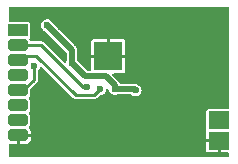
<source format=gbr>
%TF.GenerationSoftware,KiCad,Pcbnew,6.0.11-2627ca5db0~126~ubuntu22.04.1*%
%TF.CreationDate,2023-08-29T09:36:28+02:00*%
%TF.ProjectId,CC1101_868MHz_UFL_RF_Modul_FUEL4EP,43433131-3031-45f3-9836-384d487a5f55,1.2*%
%TF.SameCoordinates,Original*%
%TF.FileFunction,Copper,L2,Bot*%
%TF.FilePolarity,Positive*%
%FSLAX46Y46*%
G04 Gerber Fmt 4.6, Leading zero omitted, Abs format (unit mm)*
G04 Created by KiCad (PCBNEW 6.0.11-2627ca5db0~126~ubuntu22.04.1) date 2023-08-29 09:36:28*
%MOMM*%
%LPD*%
G01*
G04 APERTURE LIST*
G04 Aperture macros list*
%AMRoundRect*
0 Rectangle with rounded corners*
0 $1 Rounding radius*
0 $2 $3 $4 $5 $6 $7 $8 $9 X,Y pos of 4 corners*
0 Add a 4 corners polygon primitive as box body*
4,1,4,$2,$3,$4,$5,$6,$7,$8,$9,$2,$3,0*
0 Add four circle primitives for the rounded corners*
1,1,$1+$1,$2,$3*
1,1,$1+$1,$4,$5*
1,1,$1+$1,$6,$7*
1,1,$1+$1,$8,$9*
0 Add four rect primitives between the rounded corners*
20,1,$1+$1,$2,$3,$4,$5,0*
20,1,$1+$1,$4,$5,$6,$7,0*
20,1,$1+$1,$6,$7,$8,$9,0*
20,1,$1+$1,$8,$9,$2,$3,0*%
G04 Aperture macros list end*
%TA.AperFunction,CastellatedPad*%
%ADD10RoundRect,0.250000X-0.600000X-0.250000X0.600000X-0.250000X0.600000X0.250000X-0.600000X0.250000X0*%
%TD*%
%TA.AperFunction,CastellatedPad*%
%ADD11R,1.800000X1.500000*%
%TD*%
%TA.AperFunction,CastellatedPad*%
%ADD12R,1.700000X1.000000*%
%TD*%
%TA.AperFunction,ComponentPad*%
%ADD13C,0.500000*%
%TD*%
%TA.AperFunction,SMDPad,CuDef*%
%ADD14R,2.400000X2.400000*%
%TD*%
%TA.AperFunction,ViaPad*%
%ADD15C,0.600000*%
%TD*%
%TA.AperFunction,Conductor*%
%ADD16C,0.250000*%
%TD*%
%TA.AperFunction,Conductor*%
%ADD17C,0.500000*%
%TD*%
G04 APERTURE END LIST*
D10*
%TO.P,JC5,1,Pin_1*%
%TO.N,/MOSI*%
X950000Y5810000D03*
%TD*%
D11*
%TO.P,JA1,1,Pin_1*%
%TO.N,GND*%
X18000000Y1550000D03*
%TD*%
D10*
%TO.P,JC8,1,Pin_1*%
%TO.N,GND*%
X950000Y2000000D03*
%TD*%
D11*
%TO.P,JA2,1,Pin_1*%
%TO.N,Net-(C7-Pad1)*%
X18000000Y3275000D03*
%TD*%
D10*
%TO.P,JC6,1,Pin_1*%
%TO.N,/MISO{slash}GDO1*%
X950000Y4540000D03*
%TD*%
%TO.P,JC3,1,Pin_1*%
%TO.N,/~{CS}*%
X950000Y8350000D03*
%TD*%
%TO.P,JC2,1,Pin_1*%
%TO.N,/GDO0*%
X950000Y9620000D03*
%TD*%
D12*
%TO.P,JC1,1,Pin_1*%
%TO.N,/VDD*%
X950000Y10890000D03*
%TD*%
D10*
%TO.P,JC4,1,Pin_1*%
%TO.N,/SCK*%
X950000Y7080000D03*
%TD*%
D13*
%TO.P,U1,21,GND3*%
%TO.N,GND*%
X9529000Y9652800D03*
X8579000Y8702800D03*
D14*
X8579000Y8702800D03*
D13*
X8579000Y7752800D03*
X7629000Y8702800D03*
X9529000Y8702800D03*
X7629000Y7752800D03*
X8579000Y9652800D03*
X7629000Y9652800D03*
X9529000Y7752800D03*
%TD*%
D10*
%TO.P,JC7,1,Pin_1*%
%TO.N,/GDO2*%
X950000Y3270000D03*
%TD*%
D15*
%TO.N,GND*%
X16325000Y1500000D03*
X10225000Y2800000D03*
X4425000Y3650000D03*
X3700000Y1725000D03*
X11700000Y2725000D03*
X16500000Y550000D03*
X550000Y12050000D03*
X14732000Y12500000D03*
X4318000Y1016000D03*
X6604000Y508000D03*
X8890000Y508000D03*
X12700000Y11950000D03*
X6985000Y11303000D03*
X4318000Y2540000D03*
X3556000Y3556000D03*
X10922000Y2286000D03*
X2794000Y1016000D03*
X18375000Y8975000D03*
X5461000Y4572000D03*
X17780000Y11176000D03*
X11400000Y1400000D03*
X12300000Y1250000D03*
X10922000Y3302000D03*
X16300000Y4600000D03*
X10922000Y508000D03*
X5461000Y508000D03*
X13700000Y6800000D03*
X16764000Y10160000D03*
X15748000Y12500000D03*
X9780000Y10794000D03*
X10922000Y4318000D03*
X16764000Y11176000D03*
X5334000Y3302000D03*
X18275000Y7950000D03*
X13716000Y9906000D03*
X14732000Y11176000D03*
X7747000Y508000D03*
X15748000Y11176000D03*
X17780000Y10160000D03*
X16800000Y12500000D03*
X2540000Y5334000D03*
X13716000Y11176000D03*
X11750000Y3800000D03*
X5334000Y10922000D03*
X9906000Y508000D03*
X3200000Y2540000D03*
X11750000Y4650000D03*
X4346102Y4561781D03*
X13716000Y12500000D03*
X10160000Y1778000D03*
X11811000Y508000D03*
X13716000Y5588000D03*
X2350000Y10800000D03*
X17780000Y12500000D03*
X1270000Y1016000D03*
X4400000Y5800000D03*
X5334000Y1778000D03*
X4592391Y11199563D03*
X12550000Y4600000D03*
%TO.N,/GDO0*%
X6829400Y6121800D03*
%TO.N,/MOSI*%
X2300000Y7875000D03*
%TO.N,/~{CS}*%
X7880500Y5881339D03*
%TO.N,VDDA*%
X5514282Y8114709D03*
X9129500Y5929100D03*
X3403600Y11328400D03*
X10899201Y5813999D03*
%TD*%
D16*
%TO.N,/GDO0*%
X6425800Y6121800D02*
X2927600Y9620000D01*
X2927600Y9620000D02*
X1400000Y9620000D01*
X6829400Y6121800D02*
X6425800Y6121800D01*
%TO.N,/MOSI*%
X2300000Y6710000D02*
X2300000Y7875000D01*
X1400000Y5810000D02*
X2300000Y6710000D01*
%TO.N,/~{CS}*%
X1800000Y8750000D02*
X1400000Y8350000D01*
X2476800Y8750000D02*
X1800000Y8750000D01*
X5816200Y5410600D02*
X2476800Y8750000D01*
X7409761Y5410600D02*
X5816200Y5410600D01*
X7880500Y5881339D02*
X7409761Y5410600D01*
D17*
%TO.N,VDDA*%
X5514282Y8114709D02*
X5514282Y9217718D01*
X6643991Y6985000D02*
X8382000Y6985000D01*
X5514282Y8114709D02*
X6643991Y6985000D01*
X9129500Y5929100D02*
X10784100Y5929100D01*
X10784100Y5929100D02*
X10899201Y5813999D01*
X5514282Y9217718D02*
X3403600Y11328400D01*
X8382000Y6985000D02*
X9129500Y6237500D01*
D16*
X9129500Y5929100D02*
X9144000Y5943600D01*
D17*
X9129500Y6237500D02*
X9129500Y5929100D01*
%TD*%
%TA.AperFunction,Conductor*%
%TO.N,GND*%
G36*
X18788921Y12832398D02*
G01*
X18835414Y12778742D01*
X18846800Y12726400D01*
X18846800Y4351500D01*
X18826798Y4283379D01*
X18773142Y4236886D01*
X18720800Y4225500D01*
X17080252Y4225500D01*
X17074184Y4224293D01*
X17033939Y4216288D01*
X17033938Y4216288D01*
X17021769Y4213867D01*
X16955448Y4169552D01*
X16911133Y4103231D01*
X16908712Y4091062D01*
X16908712Y4091061D01*
X16900707Y4050816D01*
X16899500Y4044748D01*
X16899500Y2505252D01*
X16899040Y2505252D01*
X16886517Y2439214D01*
X16879116Y2426612D01*
X16867632Y2409425D01*
X16858316Y2386934D01*
X16847207Y2331085D01*
X16846000Y2318830D01*
X16846000Y1695115D01*
X16850475Y1679876D01*
X16851865Y1678671D01*
X16859548Y1677000D01*
X18001000Y1677000D01*
X18069121Y1656998D01*
X18115614Y1603342D01*
X18127000Y1551000D01*
X18127000Y564116D01*
X18131475Y548877D01*
X18132865Y547672D01*
X18140548Y546001D01*
X18720800Y546001D01*
X18788921Y525999D01*
X18835414Y472343D01*
X18846800Y420001D01*
X18846800Y278400D01*
X18826798Y210279D01*
X18773142Y163786D01*
X18720800Y152400D01*
X278400Y152400D01*
X210279Y172402D01*
X163786Y226058D01*
X152400Y278400D01*
X152400Y781172D01*
X16846001Y781172D01*
X16847209Y768912D01*
X16858315Y713069D01*
X16867633Y690573D01*
X16909983Y627192D01*
X16927192Y609983D01*
X16990575Y567632D01*
X17013066Y558316D01*
X17068915Y547207D01*
X17081170Y546000D01*
X17854885Y546000D01*
X17870124Y550475D01*
X17871329Y551865D01*
X17873000Y559548D01*
X17873000Y1404885D01*
X17868525Y1420124D01*
X17867135Y1421329D01*
X17859452Y1423000D01*
X16864116Y1423000D01*
X16848877Y1418525D01*
X16847672Y1417135D01*
X16846001Y1409452D01*
X16846001Y781172D01*
X152400Y781172D01*
X152400Y1121854D01*
X172402Y1189975D01*
X226058Y1236468D01*
X292009Y1247117D01*
X298895Y1246369D01*
X305706Y1246000D01*
X804885Y1246000D01*
X820124Y1250475D01*
X821329Y1251865D01*
X823000Y1259548D01*
X823000Y1264116D01*
X1077000Y1264116D01*
X1081475Y1248877D01*
X1082865Y1247672D01*
X1090548Y1246001D01*
X1594292Y1246001D01*
X1601110Y1246370D01*
X1651482Y1251841D01*
X1666741Y1255470D01*
X1786118Y1300222D01*
X1801704Y1308754D01*
X1902867Y1384572D01*
X1915428Y1397133D01*
X1991246Y1498296D01*
X1999778Y1513882D01*
X2044533Y1633265D01*
X2048158Y1648510D01*
X2053631Y1698892D01*
X2054000Y1705706D01*
X2054000Y1854885D01*
X2049525Y1870124D01*
X2048135Y1871329D01*
X2040452Y1873000D01*
X1095115Y1873000D01*
X1079876Y1868525D01*
X1078671Y1867135D01*
X1077000Y1859452D01*
X1077000Y1264116D01*
X823000Y1264116D01*
X823000Y2001000D01*
X843002Y2069121D01*
X896658Y2115614D01*
X949000Y2127000D01*
X2035884Y2127000D01*
X2051123Y2131475D01*
X2052328Y2132865D01*
X2053999Y2140548D01*
X2053999Y2294292D01*
X2053630Y2301110D01*
X2048159Y2351482D01*
X2044530Y2366741D01*
X1999778Y2486118D01*
X1991246Y2501704D01*
X1914520Y2604078D01*
X1889672Y2670584D01*
X1904725Y2739967D01*
X1913995Y2754502D01*
X1947039Y2799239D01*
X1947043Y2799246D01*
X1952634Y2806816D01*
X1997519Y2934631D01*
X2000500Y2966166D01*
X2000500Y3573834D01*
X1997519Y3605369D01*
X1952634Y3733184D01*
X1947043Y3740754D01*
X1947039Y3740761D01*
X1881021Y3830141D01*
X1856638Y3896819D01*
X1872175Y3966095D01*
X1881021Y3979859D01*
X1947039Y4069239D01*
X1947043Y4069246D01*
X1952634Y4076816D01*
X1997519Y4204631D01*
X2000500Y4236166D01*
X2000500Y4843834D01*
X1997519Y4875369D01*
X1952634Y5003184D01*
X1947043Y5010754D01*
X1947039Y5010761D01*
X1881021Y5100141D01*
X1856638Y5166819D01*
X1872175Y5236095D01*
X1881021Y5249859D01*
X1947039Y5339239D01*
X1947043Y5339246D01*
X1952634Y5346816D01*
X1997519Y5474631D01*
X2000500Y5506166D01*
X2000500Y5897983D01*
X2020502Y5966104D01*
X2037405Y5987079D01*
X2516228Y6465901D01*
X2524332Y6473327D01*
X2538347Y6485087D01*
X2553194Y6497545D01*
X2558704Y6507088D01*
X2558707Y6507092D01*
X2572036Y6530179D01*
X2577941Y6539449D01*
X2584863Y6549334D01*
X2599554Y6570316D01*
X2602407Y6580964D01*
X2603886Y6584135D01*
X2605078Y6587411D01*
X2610588Y6596955D01*
X2617134Y6634076D01*
X2619508Y6644783D01*
X2629263Y6681193D01*
X2625979Y6718731D01*
X2625500Y6729712D01*
X2625500Y7440171D01*
X2645502Y7508292D01*
X2658085Y7524726D01*
X2713176Y7585589D01*
X2713181Y7585596D01*
X2719200Y7592246D01*
X2781710Y7721267D01*
X2782593Y7726517D01*
X2821332Y7783810D01*
X2886584Y7811787D01*
X2956603Y7800045D01*
X2990694Y7775780D01*
X5572089Y5194385D01*
X5579516Y5186281D01*
X5603745Y5157406D01*
X5613294Y5151893D01*
X5636385Y5138561D01*
X5645656Y5132655D01*
X5676516Y5111046D01*
X5687166Y5108192D01*
X5690334Y5106715D01*
X5693610Y5105523D01*
X5703155Y5100012D01*
X5736899Y5094062D01*
X5740258Y5093470D01*
X5750985Y5091092D01*
X5787393Y5081336D01*
X5798369Y5082296D01*
X5798372Y5082296D01*
X5824943Y5084621D01*
X5835924Y5085100D01*
X7390051Y5085100D01*
X7401033Y5084620D01*
X7427581Y5082297D01*
X7427583Y5082297D01*
X7438568Y5081336D01*
X7474976Y5091092D01*
X7485703Y5093470D01*
X7489062Y5094062D01*
X7522806Y5100012D01*
X7532351Y5105523D01*
X7535627Y5106715D01*
X7538795Y5108192D01*
X7549445Y5111046D01*
X7580305Y5132655D01*
X7589576Y5138561D01*
X7612667Y5151893D01*
X7622216Y5157406D01*
X7646445Y5186281D01*
X7653867Y5194379D01*
X7803063Y5343575D01*
X7865375Y5377601D01*
X7894464Y5380459D01*
X7942999Y5379569D01*
X8061694Y5411929D01*
X8072658Y5414918D01*
X8072660Y5414919D01*
X8081317Y5417279D01*
X8203491Y5492294D01*
X8232726Y5524592D01*
X8293678Y5591932D01*
X8299700Y5598585D01*
X8362210Y5727606D01*
X8384854Y5862200D01*
X8415881Y5926057D01*
X8476507Y5963003D01*
X8547483Y5961308D01*
X8606276Y5921509D01*
X8634044Y5857632D01*
X8642480Y5793121D01*
X8700220Y5661897D01*
X8705997Y5655024D01*
X8705998Y5655023D01*
X8786690Y5559028D01*
X8792470Y5552152D01*
X8852142Y5512431D01*
X8902965Y5478600D01*
X8911813Y5472710D01*
X9048657Y5429958D01*
X9057629Y5429794D01*
X9057632Y5429793D01*
X9122963Y5428596D01*
X9191999Y5427330D01*
X9201033Y5429793D01*
X9321655Y5462678D01*
X9321658Y5462679D01*
X9330317Y5465040D01*
X9336046Y5468558D01*
X9384542Y5478600D01*
X10469495Y5478600D01*
X10537616Y5458598D01*
X10553477Y5446531D01*
X10556397Y5443921D01*
X10562171Y5437051D01*
X10569642Y5432078D01*
X10569643Y5432077D01*
X10674037Y5362586D01*
X10681514Y5357609D01*
X10818358Y5314857D01*
X10827330Y5314693D01*
X10827333Y5314692D01*
X10892664Y5313495D01*
X10961700Y5312229D01*
X10970734Y5314692D01*
X11091359Y5347578D01*
X11091361Y5347579D01*
X11100018Y5349939D01*
X11222192Y5424954D01*
X11228640Y5432077D01*
X11312379Y5524592D01*
X11318401Y5531245D01*
X11380911Y5660266D01*
X11404697Y5801645D01*
X11404848Y5813999D01*
X11389452Y5921509D01*
X11385797Y5947031D01*
X11385796Y5947034D01*
X11384524Y5955917D01*
X11325185Y6086427D01*
X11305350Y6109446D01*
X11237461Y6188236D01*
X11237458Y6188239D01*
X11231601Y6195036D01*
X11111296Y6273014D01*
X11102692Y6275587D01*
X11102690Y6275588D01*
X11074374Y6284056D01*
X11035615Y6303422D01*
X11004858Y6326140D01*
X11004857Y6326141D01*
X10997284Y6331734D01*
X10990468Y6334127D01*
X10984531Y6338231D01*
X10975551Y6341071D01*
X10975549Y6341072D01*
X10955383Y6347450D01*
X10928581Y6355926D01*
X10924850Y6357171D01*
X10878363Y6373496D01*
X10878361Y6373496D01*
X10869469Y6376619D01*
X10862281Y6376901D01*
X10862222Y6376912D01*
X10855370Y6379080D01*
X10848763Y6379600D01*
X10796084Y6379600D01*
X10791137Y6379697D01*
X10734106Y6381938D01*
X10727000Y6380054D01*
X10718753Y6379600D01*
X9640311Y6379600D01*
X9572190Y6399602D01*
X9526728Y6451058D01*
X9510387Y6485087D01*
X9510387Y6485088D01*
X9506309Y6493579D01*
X9501426Y6498860D01*
X9501391Y6498912D01*
X9498080Y6505288D01*
X9493776Y6510328D01*
X9456537Y6547567D01*
X9453107Y6551133D01*
X9420748Y6586139D01*
X9414354Y6593056D01*
X9407997Y6596749D01*
X9401848Y6602256D01*
X8970398Y7033706D01*
X8936372Y7096018D01*
X8941437Y7166833D01*
X8983984Y7223669D01*
X9050504Y7248480D01*
X9059493Y7248801D01*
X9520951Y7248801D01*
X9523261Y7248780D01*
X9582959Y7247686D01*
X9584158Y7247835D01*
X9599733Y7248801D01*
X9797828Y7248801D01*
X9810088Y7250009D01*
X9865931Y7261115D01*
X9888427Y7270433D01*
X9951808Y7312783D01*
X9969017Y7329992D01*
X10011368Y7393375D01*
X10020684Y7415866D01*
X10031793Y7471715D01*
X10033000Y7483970D01*
X10033000Y7699930D01*
X10034746Y7720834D01*
X10037224Y7735564D01*
X10038090Y7745222D01*
X10038124Y7747937D01*
X10037493Y7757616D01*
X10034272Y7780112D01*
X10033000Y7797973D01*
X10033000Y8557685D01*
X10028525Y8572924D01*
X10027135Y8574129D01*
X10019452Y8575800D01*
X7143116Y8575800D01*
X7127877Y8571325D01*
X7126672Y8569935D01*
X7125001Y8562252D01*
X7125001Y7801823D01*
X7123501Y7782438D01*
X7121236Y7767894D01*
X7121019Y7750116D01*
X7123937Y7727806D01*
X7125001Y7711468D01*
X7125001Y7561500D01*
X7104999Y7493379D01*
X7051343Y7446886D01*
X6999001Y7435500D01*
X6882784Y7435500D01*
X6814663Y7455502D01*
X6793689Y7472405D01*
X6007536Y8258558D01*
X5981931Y8295501D01*
X5976082Y8308365D01*
X5964782Y8360517D01*
X5964782Y9183499D01*
X5965655Y9198308D01*
X5965988Y9201125D01*
X5969646Y9232029D01*
X5967954Y9241292D01*
X5967954Y9241299D01*
X5959107Y9289736D01*
X5958456Y9293643D01*
X5951132Y9342362D01*
X5951132Y9342363D01*
X5949731Y9351680D01*
X5946603Y9358193D01*
X5945307Y9365291D01*
X5918257Y9417365D01*
X5916507Y9420868D01*
X5895167Y9465308D01*
X5891091Y9473797D01*
X5886205Y9479083D01*
X5886172Y9479131D01*
X5882861Y9485506D01*
X5878557Y9490546D01*
X5841330Y9527773D01*
X5837900Y9531339D01*
X5805528Y9566359D01*
X5799136Y9573274D01*
X5792777Y9576967D01*
X5786619Y9582484D01*
X5718987Y9650116D01*
X7121019Y9650116D01*
X7123936Y9627812D01*
X7125000Y9611475D01*
X7125000Y8847915D01*
X7129475Y8832676D01*
X7130865Y8831471D01*
X7138548Y8829800D01*
X8433885Y8829800D01*
X8449124Y8834275D01*
X8450329Y8835665D01*
X8452000Y8843348D01*
X8452000Y8847915D01*
X8706000Y8847915D01*
X8710475Y8832676D01*
X8711865Y8831471D01*
X8719548Y8829800D01*
X10014884Y8829800D01*
X10030123Y8834275D01*
X10031328Y8835665D01*
X10032999Y8843348D01*
X10032999Y9599924D01*
X10034745Y9620829D01*
X10037224Y9635566D01*
X10038090Y9645220D01*
X10038124Y9647941D01*
X10037493Y9657615D01*
X10034272Y9680109D01*
X10032999Y9697972D01*
X10032999Y9921628D01*
X10031791Y9933888D01*
X10020685Y9989731D01*
X10011367Y10012227D01*
X9969017Y10075608D01*
X9951808Y10092817D01*
X9888425Y10135168D01*
X9865934Y10144484D01*
X9810085Y10155593D01*
X9797830Y10156800D01*
X9537614Y10156800D01*
X9536844Y10156802D01*
X9463810Y10157248D01*
X9457234Y10156800D01*
X8724115Y10156800D01*
X8708876Y10152325D01*
X8707671Y10150935D01*
X8706000Y10143252D01*
X8706000Y8847915D01*
X8452000Y8847915D01*
X8452000Y10138684D01*
X8447525Y10153923D01*
X8446135Y10155128D01*
X8438452Y10156799D01*
X7637741Y10156799D01*
X7636971Y10156801D01*
X7563814Y10157248D01*
X7557228Y10156799D01*
X7360172Y10156799D01*
X7347912Y10155591D01*
X7292069Y10144485D01*
X7269573Y10135167D01*
X7206192Y10092817D01*
X7188983Y10075608D01*
X7146632Y10012225D01*
X7137316Y9989734D01*
X7126207Y9933885D01*
X7125000Y9921630D01*
X7125000Y9701816D01*
X7123500Y9682431D01*
X7121236Y9667893D01*
X7121019Y9650116D01*
X5718987Y9650116D01*
X3896854Y11472249D01*
X3871248Y11509193D01*
X3833301Y11592654D01*
X3833299Y11592657D01*
X3829584Y11600828D01*
X3775015Y11664158D01*
X3741860Y11702637D01*
X3741857Y11702640D01*
X3736000Y11709437D01*
X3615695Y11787415D01*
X3478339Y11828493D01*
X3469363Y11828548D01*
X3469362Y11828548D01*
X3409155Y11828916D01*
X3334976Y11829369D01*
X3197129Y11789972D01*
X3075880Y11713470D01*
X2980977Y11606012D01*
X2920047Y11476237D01*
X2918666Y11467365D01*
X2908732Y11403561D01*
X2897991Y11334577D01*
X2916580Y11192421D01*
X2974320Y11061197D01*
X3066570Y10951452D01*
X3185913Y10872010D01*
X3209079Y10864772D01*
X3210092Y10864456D01*
X3261613Y10833284D01*
X5026877Y9068020D01*
X5060903Y9005708D01*
X5063782Y8978925D01*
X5063782Y8361053D01*
X5051837Y8307504D01*
X5030729Y8262546D01*
X5029347Y8253673D01*
X5026724Y8245092D01*
X5023526Y8246070D01*
X5000223Y8196559D01*
X4940059Y8158865D01*
X4869067Y8159682D01*
X4816859Y8191067D01*
X3171711Y9836215D01*
X3164284Y9844319D01*
X3147141Y9864749D01*
X3147142Y9864749D01*
X3140055Y9873194D01*
X3130506Y9878707D01*
X3107415Y9892039D01*
X3098144Y9897945D01*
X3076315Y9913230D01*
X3067284Y9919554D01*
X3056634Y9922408D01*
X3053466Y9923885D01*
X3050190Y9925077D01*
X3040645Y9930588D01*
X3006901Y9936538D01*
X3003542Y9937130D01*
X2992815Y9939508D01*
X2956407Y9949264D01*
X2945422Y9948303D01*
X2945420Y9948303D01*
X2918872Y9945980D01*
X2907890Y9945500D01*
X2090281Y9945500D01*
X2022160Y9965502D01*
X1975667Y10019158D01*
X1971398Y10029751D01*
X1952634Y10083184D01*
X1947043Y10090754D01*
X1947040Y10090759D01*
X1943261Y10095874D01*
X1918875Y10162551D01*
X1934409Y10231827D01*
X1944633Y10245394D01*
X1944552Y10245448D01*
X1981974Y10301453D01*
X1988867Y10311769D01*
X2000500Y10370252D01*
X2000500Y11409748D01*
X1988867Y11468231D01*
X1944552Y11534552D01*
X1878231Y11578867D01*
X1866062Y11581288D01*
X1866061Y11581288D01*
X1825816Y11589293D01*
X1819748Y11590500D01*
X278400Y11590500D01*
X210279Y11610502D01*
X163786Y11664158D01*
X152400Y11716500D01*
X152400Y12726400D01*
X172402Y12794521D01*
X226058Y12841014D01*
X278400Y12852400D01*
X18720800Y12852400D01*
X18788921Y12832398D01*
G37*
%TD.AperFunction*%
%TD*%
M02*

</source>
